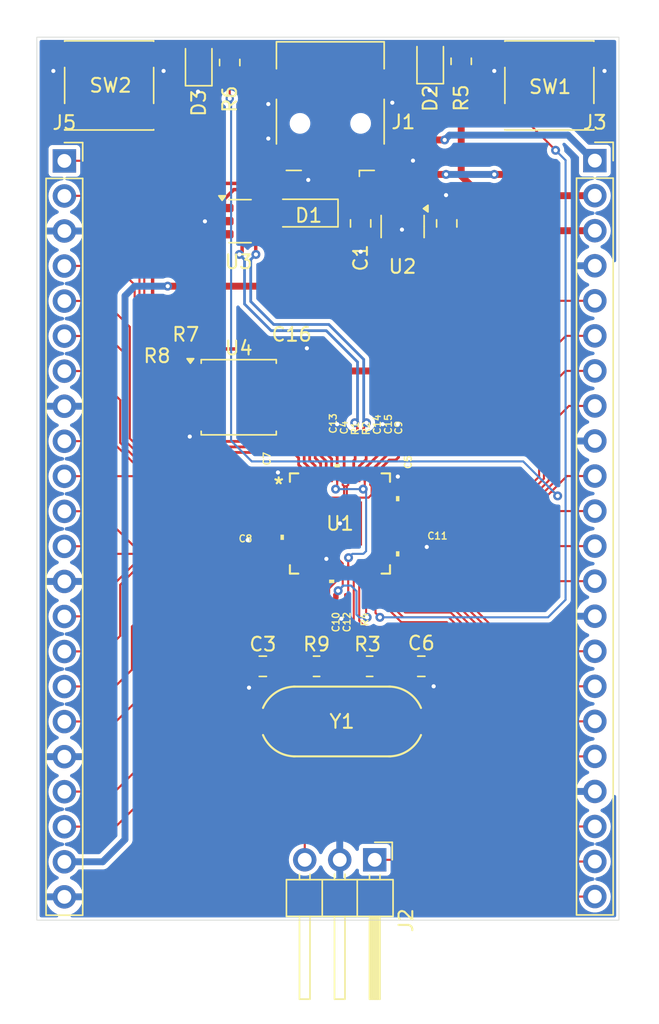
<source format=kicad_pcb>
(kicad_pcb (version 20240108) (generator "pcbnew") (generator_version "8.0")
  (layers (0 "F.Cu" signal) (31 "B.Cu" signal) (34 "B.Paste" user) (35 "F.Paste" user) (36 "B.SilkS" user "B.Silkscreen") (37 "F.SilkS" user "F.Silkscreen") (38 "B.Mask" user) (39 "F.Mask" user) (44 "Edge.Cuts" user))
  (net 0 "")
  (net 1 "Net-(D2-A)")
  (net 2 "+1V1")
  (net 3 "Net-(D3-A)")
  (net 4 "/SWDIO")
  (net 5 "Net-(U1-USB_DP)")
  (net 6 "Net-(U1-USB_DM)")
  (net 7 "/SWCLK")
  (net 8 "/RUN")
  (net 9 "/GPIO25")
  (net 10 "/DM")
  (net 11 "/QSPI_SS_N")
  (net 12 "/DP")
  (net 13 "/USB_BOOT")
  (net 14 "/VBUS")
  (net 15 "/VSYS")
  (net 16 "GND")
  (net 18 "+3.3V")
  (net 19 "/XIN")
  (net 20 "Net-(C6-Pad1)")
  (net 22 "/USB_D+")
  (net 23 "/USB_D-")
  (net 24 "/XOUT")
  (net 25 "/QSPI_SCLK")
  (net 26 "/QSPI_SD3")
  (net 27 "/QSPI_SD2")
  (net 28 "/QSPI_SD0")
  (net 29 "/QSPI_SD1")
  (net 30 "/GPIO21")
  (net 31 "/GPIO11")
  (net 32 "/GPIO20")
  (net 33 "/GPIO5")
  (net 34 "/GPIO24")
  (net 35 "/GPIO4")
  (net 36 "/GPIO17")
  (net 37 "/GPIO13")
  (net 38 "/GPIO10")
  (net 39 "/GPIO7")
  (net 40 "/GPIO29_ADC3")
  (net 41 "/GPIO1")
  (net 42 "/GPIO22")
  (net 43 "/GPIO23")
  (net 44 "/GPIO2")
  (net 45 "/GPIO15")
  (net 46 "/GPIO12")
  (net 47 "/GPIO8")
  (net 48 "/GPIO18")
  (net 49 "/GPIO16")
  (net 50 "/GPIO3")
  (net 51 "/GPIO19")
  (net 52 "/GPIO28_ADC2")
  (net 53 "/GPIO14")
  (net 54 "/GPIO9")
  (net 55 "/GPIO26_ADC0")
  (net 56 "/GPIO27_ADC1")
  (net 57 "/GPIO6")
  (net 58 "/GPIO0")
  (footprint "Resistor_SMD:R_0805_2012Metric" (layer "F.Cu") (at 128.1536 105.85 180)
    (property "Reference" "R3")
    (property "Value" "1k")
  )
  (footprint "Connector_USB:USB_Mini-B_Lumberg_2486_01_Horizontal" (layer "F.Cu") (at 125.3 66.5 180)
    (property "Reference" "J1")
    (property "Value" "USB_B_Mini")
  )
  (footprint "Capacitor_SMD:C_0201_0603Metric" (layer "F.Cu") (at 120.7036 92.15 90)
    (property "Reference" "C7")
    (property "Value" "100nF")
  )
  (footprint "LED_SMD:LED_0805_2012Metric" (layer "F.Cu") (at 115.75 62.0875 90)
    (property "Reference" "D3")
    (property "Value" "STATUS_LED")
  )
  (footprint "Package_SO:SOIC-8_5.23x5.23mm_P1.27mm" (layer "F.Cu") (at 118.6536 86.35)
    (property "Reference" "U4")
    (property "Value" "W25Q128JVS")
  )
  (footprint "Resistor_SMD:R_0805_2012Metric" (layer "F.Cu") (at 124.3036 105.85 180)
    (property "Reference" "R9")
    (property "Value" "DNF")
  )
  (footprint "LED_SMD:LED_0805_2012Metric" (layer "F.Cu") (at 132.55 61.9375 90)
    (property "Reference" "D2")
    (property "Value" "PWR_LED")
  )
  (footprint "Capacitor_SMD:C_0201_0603Metric" (layer "F.Cu") (at 131.5486 96.4)
    (property "Reference" "C11")
    (property "Value" "100nF")
  )
  (footprint "Capacitor_SMD:C_0201_0603Metric" (layer "F.Cu") (at 131 92.455 90)
    (property "Reference" "C5")
    (property "Value" "100nF")
  )
  (footprint "Resistor_SMD:R_0201_0603Metric" (layer "F.Cu") (at 127.9036 89.805 90)
    (property "Reference" "R2")
    (property "Value" "27")
  )
  (footprint "Resistor_SMD:R_0805_2012Metric" (layer "F.Cu") (at 134.8 62 -90)
    (property "Reference" "R5")
    (property "Value" "1k")
  )
  (footprint "Capacitor_SMD:C_0201_0603Metric" (layer "F.Cu") (at 126.3036 89.805 90)
    (property "Reference" "C4")
    (property "Value" "100nF")
  )
  (footprint "Connector_PinHeader_2.54mm:PinHeader_1x03_P2.54mm_Horizontal" (layer "F.Cu") (at 128.525 119.875 -90)
    (property "Reference" "J2")
    (property "Value" "Conn_01x03_Socket")
  )
  (footprint "HC49SM:XTAL_HC49SM_MTC" (layer "F.Cu") (at 126.1491 109.85)
    (property "Reference" "Y1")
    (property "Value" "12MHz")
  )
  (footprint "Capacitor_SMD:C_0201_0603Metric" (layer "F.Cu") (at 125.5036 89.805 90)
    (property "Reference" "C13")
    (property "Value" "100nF")
  )
  (footprint "Capacitor_SMD:C_0805_2012Metric" (layer "F.Cu") (at 133.75 73.75 90)
    (property "Reference" "C2" (hide yes))
    (property "Value" "1uF")
  )
  (footprint "Capacitor_SMD:C_0201_0603Metric" (layer "F.Cu") (at 120.4486 96.6 180)
    (property "Reference" "C8")
    (property "Value" "100nF")
  )
  (footprint "Resistor_SMD:R_0805_2012Metric" (layer "F.Cu") (at 118 62.0875 -90)
    (property "Reference" "R6")
    (property "Value" "1k")
  )
  (footprint "Resistor_SMD:R_0201_0603Metric" (layer "F.Cu") (at 114.8086 82.85)
    (property "Reference" "R7")
    (property "Value" "DNF")
  )
  (footprint "Capacitor_SMD:C_0201_0603Metric" (layer "F.Cu") (at 125.7036 101.095 -90)
    (property "Reference" "C10")
    (property "Value" "100nF")
  )
  (footprint "Button_Switch_SMD:SW_SPST_PTS645" (layer "F.Cu") (at 109.25 63.75)
    (property "Reference" "SW2")
    (property "Value" "SW_Push")
  )
  (footprint "Package_TO_SOT_SMD:SOT-23-5" (layer "F.Cu") (at 130.55 73.975 -90)
    (property "Reference" "U2")
    (property "Value" "AP2112K-1.2")
  )
  (footprint "Diode_SMD:D_SOD-123" (layer "F.Cu") (at 123.5 73 180)
    (property "Reference" "D1")
    (property "Value" "MBR0520")
  )
  (footprint "RP2040:IC57_RP2040" (layer "F.Cu") (at 126 95.5)
    (property "Reference" "U1")
    (property "Value" "RP2040")
  )
  (footprint "Capacitor_SMD:C_0201_0603Metric" (layer "F.Cu") (at 122.4986 82.85)
    (property "Reference" "C16")
    (property "Value" "100nF")
  )
  (footprint "Capacitor_SMD:C_0805_2012Metric" (layer "F.Cu") (at 131.9036 105.85)
    (property "Reference" "C6")
    (property "Value" "27p")
  )
  (footprint "Resistor_SMD:R_0201_0603Metric" (layer "F.Cu") (at 127.1036 89.805 90)
    (property "Reference" "R1")
    (property "Value" "27")
  )
  (footprint "Resistor_SMD:R_0201_0603Metric" (layer "F.Cu") (at 112.7236 84.35 180)
    (property "Reference" "R8")
    (property "Value" "1k")
  )
  (footprint "Resistor_SMD:R_0201_0603Metric" (layer "F.Cu") (at 127.9 101.1 90)
    (property "Reference" "R4")
    (property "Value" "10k")
  )
  (footprint "Connector_PinSocket_2.54mm:PinSocket_1x22_P2.54mm_Vertical" (layer "F.Cu") (at 106 69.22)
    (property "Reference" "J5")
    (property "Value" "Conn_01x22")
  )
  (footprint "Capacitor_SMD:C_0201_0603Metric" (layer "F.Cu") (at 128.7036 89.805 90)
    (property "Reference" "C14")
    (property "Value" "1uF")
  )
  (footprint "Capacitor_SMD:C_0201_0603Metric" (layer "F.Cu") (at 129.5036 89.805 90)
    (property "Reference" "C15")
    (property "Value" "1uF")
  )
  (footprint "Capacitor_SMD:C_0201_0603Metric" (layer "F.Cu") (at 130.2536 89.805 90)
    (property "Reference" "C9")
    (property "Value" "100nF")
  )
  (footprint "Capacitor_SMD:C_0805_2012Metric" (layer "F.Cu") (at 127.5 73.75 -90)
    (property "Reference" "C1")
    (property "Value" "1uF")
  )
  (footprint "Capacitor_SMD:C_0805_2012Metric" (layer "F.Cu") (at 120.4036 105.85 180)
    (property "Reference" "C3")
    (property "Value" "27p")
  )
  (footprint "Connector_PinSocket_2.54mm:PinSocket_1x22_P2.54mm_Vertical" (layer "F.Cu") (at 144.5 69.2)
    (property "Reference" "J3")
    (property "Value" "Conn_01x22")
  )
  (footprint "Capacitor_SMD:C_0201_0603Metric" (layer "F.Cu") (at 126.5036 101.095 -90)
    (property "Reference" "C12")
    (property "Value" "100nF")
  )
  (footprint "Button_Switch_SMD:SW_SPST_PTS645" (layer "F.Cu") (at 141.2 63.75 180)
    (property "Reference" "SW1")
    (property "Value" "SW_Push")
  )
  (footprint "Package_TO_SOT_SMD:SOT-23-6" (layer "F.Cu") (at 118.75 73.5875)
    (property "Reference" "U3")
    (property "Value" "USBLC6-2SC6")
  )
  (gr_rect (start 104 60.25) (end 146.25 124.25) (stroke (width 0.05)) (fill none) (layer "Edge.Cuts"))
  (segment (start 132.55 61) (end 134.7125 61) (width 0.5) (layer "F.Cu") (net 1))
  (segment (start 134.7125 61) (end 134.8 61.0875) (width 0.5) (layer "F.Cu") (net 1))
  (segment (start 126.599999 98.9036) (end 126.599999 98.000001) (width 0.15) (layer "F.Cu") (net 2))
  (segment (start 125.5036 90.35) (end 125.5036 90.125) (width 0.2) (layer "F.Cu") (net 2))
  (segment (start 127.799999 92.894203) (end 127.799999 92.0964) (width 0.15) (layer "F.Cu") (net 2))
  (segment (start 127.685504 93.008698) (end 127.799999 92.894203) (width 0.15) (layer "F.Cu") (net 2))
  (segment (start 127.799999 92.0964) (end 127.799999 91.519287) (width 0.2) (layer "F.Cu") (net 2))
  (segment (start 125.8 92.894202) (end 125.685504 93.008698) (width 0.15) (layer "F.Cu") (net 2))
  (segment (start 126.599999 98.000001) (end 126.624265 97.975735) (width 0.15) (layer "F.Cu") (net 2))
  (segment (start 127.799999 91.519287) (end 128.7036 90.615686) (width 0.2) (layer "F.Cu") (net 2))
  (segment (start 126.599999 98.9036) (end 126.599999 100.678601) (width 0.15) (layer "F.Cu") (net 2))
  (segment (start 126.599999 100.678601) (end 126.5036 100.775) (width 0.15) (layer "F.Cu") (net 2))
  (segment (start 125.8 90.6464) (end 125.5036 90.35) (width 0.2) (layer "F.Cu") (net 2))
  (segment (start 125.8 92.0964) (end 125.8 92.894202) (width 0.15) (layer "F.Cu") (net 2))
  (segment (start 125.8 92.0964) (end 125.8 90.6464) (width 0.2) (layer "F.Cu") (net 2))
  (segment (start 128.7036 90.615686) (end 128.7036 90.125) (width 0.2) (layer "F.Cu") (net 2))
  (via (at 127.685504 93.008698) (size 0.65) (drill 0.3) (layers "F.Cu" "B.Cu") (net 2))
  (via (at 125.685504 93.008698) (size 0.65) (drill 0.3) (layers "F.Cu" "B.Cu") (net 2))
  (via (at 126.624265 97.975735) (size 0.65) (drill 0.3) (layers "F.Cu" "B.Cu") (net 2))
  (segment (start 127.7 97.7) (end 127.9 97.5) (width 0.15) (layer "B.Cu") (net 2))
  (segment (start 126.9 97.7) (end 127.7 97.7) (width 0.15) (layer "B.Cu") (net 2))
  (segment (start 126.624265 97.975735) (end 126.9 97.7) (width 0.15) (layer "B.Cu") (net 2))
  (segment (start 127.9 97.5) (end 127.9 93.223194) (width 0.15) (layer "B.Cu") (net 2))
  (segment (start 125.685504 93.008698) (end 127.685504 93.008698) (width 0.15) (layer "B.Cu") (net 2))
  (segment (start 127.9 93.223194) (end 127.685504 93.008698) (width 0.15) (layer "B.Cu") (net 2))
  (segment (start 117.975 61.15) (end 118 61.175) (width 0.5) (layer "F.Cu") (net 3))
  (segment (start 115.75 61.15) (end 117.975 61.15) (width 0.5) (layer "F.Cu") (net 3))
  (segment (start 127.4 98.9036) (end 127.4 102.551426) (width 0.15) (layer "F.Cu") (net 4))
  (segment (start 127.848574 103) (end 133.548574 103) (width 0.15) (layer "F.Cu") (net 4))
  (segment (start 135.2536 104.705025) (end 135.2536 114.5) (width 0.15) (layer "F.Cu") (net 4))
  (segment (start 135.2536 114.5) (end 135.25 114.5036) (width 0.15) (layer "F.Cu") (net 4))
  (segment (start 135.25 118.5) (end 133.875 119.875) (width 0.15) (layer "F.Cu") (net 4))
  (segment (start 133.875 119.875) (end 128.525 119.875) (width 0.15) (layer "F.Cu") (net 4))
  (segment (start 135.151087 104.602513) (end 135.2536 104.705025) (width 0.15) (layer "F.Cu") (net 4))
  (segment (start 135.25 114.5036) (end 135.25 118.5) (width 0.15) (layer "F.Cu") (net 4))
  (segment (start 133.548574 103) (end 135.151087 104.602513) (width 0.15) (layer "F.Cu") (net 4))
  (segment (start 127.4 102.551426) (end 127.848574 103) (width 0.15) (layer "F.Cu") (net 4))
  (segment (start 127 91.187915) (end 127 90.9536) (width 0.2) (layer "F.Cu") (net 5))
  (segment (start 127 90.9536) (end 127.1036 90.85) (width 0.2) (layer "F.Cu") (net 5))
  (segment (start 127.000001 92.0964) (end 127.000001 91.446401) (width 0.2) (layer "F.Cu") (net 5))
  (segment (start 127.000001 91.446401) (end 127 91.187915) (width 0.2) (layer "F.Cu") (net 5))
  (segment (start 127.1036 90.85) (end 127.1036 90.125) (width 0.2) (layer "F.Cu") (net 5))
  (segment (start 127.9036 90.85) (end 127.9036 90.125) (width 0.2) (layer "F.Cu") (net 6))
  (segment (start 127.4 92.0964) (end 127.4 91.3536) (width 0.2) (layer "F.Cu") (net 6))
  (segment (start 127.4 91.3536) (end 127.9036 90.85) (width 0.2) (layer "F.Cu") (net 6))
  (segment (start 127.7036 103.35) (end 133.4036 103.35) (width 0.15) (layer "F.Cu") (net 7))
  (segment (start 123.445 118.055) (end 123.445 119.875) (width 0.15) (layer "F.Cu") (net 7))
  (segment (start 134.9 115.85) (end 133.75 117) (width 0.15) (layer "F.Cu") (net 7))
  (segment (start 124.5 117) (end 123.445 118.055) (width 0.15) (layer "F.Cu") (net 7))
  (segment (start 134.9 114.3536) (end 134.9 115.85) (width 0.15) (layer "F.Cu") (net 7))
  (segment (start 134.9036 104.85) (end 134.9036 114.35) (width 0.15) (layer "F.Cu") (net 7))
  (segment (start 133.4036 103.35) (end 134.9036 104.85) (width 0.15) (layer "F.Cu") (net 7))
  (segment (start 133.75 117) (end 124.5 117) (width 0.15) (layer "F.Cu") (net 7))
  (segment (start 127.000001 98.9036) (end 127.000001 102.646401) (width 0.15) (layer "F.Cu") (net 7))
  (segment (start 127.000001 102.646401) (end 127.7036 103.35) (width 0.15) (layer "F.Cu") (net 7))
  (segment (start 134.9036 114.35) (end 134.9 114.3536) (width 0.15) (layer "F.Cu") (net 7))
  (segment (start 137.24 122.54) (end 144.5 122.54) (width 0.15) (layer "F.Cu") (net 8))
  (segment (start 137.22 66) (end 145.18 66) (width 0.5) (layer "F.Cu") (net 8))
  (segment (start 133.75 102.65) (end 135.603601 104.503601) (width 0.15) (layer "F.Cu") (net 8))
  (segment (start 130.45 102.65) (end 133.75 102.65) (width 0.15) (layer "F.Cu") (net 8))
  (segment (start 135.603601 120.903601) (end 137.24 122.54) (width 0.15) (layer "F.Cu") (net 8))
  (segment (start 135.603601 104.503601) (end 135.603601 120.903601) (width 0.15) (layer "F.Cu") (net 8))
  (segment (start 139.2 66) (end 137.22 66) (width 0.15) (layer "F.Cu") (net 8))
  (segment (start 127.799999 98.9036) (end 127.799999 99.999999) (width 0.15) (layer "F.Cu") (net 8))
  (segment (start 128.58 100.78) (end 128.58 101.98) (width 0.15) (layer "F.Cu") (net 8))
  (segment (start 127.9 100.78) (end 128.58 100.78) (width 0.15) (layer "F.Cu") (net 8))
  (segment (start 141.65 68.45) (end 139.2 66) (width 0.15) (layer "F.Cu") (net 8))
  (segment (start 127.799999 99.999999) (end 127.9 100.1) (width 0.15) (layer "F.Cu") (net 8))
  (segment (start 127.9 100.1) (end 127.9 100.78) (width 0.15) (layer "F.Cu") (net 8))
  (segment (start 128.58 101.98) (end 128.9 102.3) (width 0.15) (layer "F.Cu") (net 8))
  (segment (start 128.58 100.78) (end 130.45 102.65) (width 0.15) (layer "F.Cu") (net 8))
  (via (at 141.65 68.45) (size 0.65) (drill 0.3) (layers "F.Cu" "B.Cu") (net 8))
  (via (at 128.9 102.3) (size 0.65) (drill 0.3) (layers "F.Cu" "B.Cu") (net 8))
  (segment (start 142.375 69.175) (end 142.375 101.025) (width 0.15) (layer "B.Cu") (net 8))
  (segment (start 141.65 68.45) (end 142.375 69.175) (width 0.15) (layer "B.Cu") (net 8))
  (segment (start 141.1 102.3) (end 128.9 102.3) (width 0.15) (layer "B.Cu") (net 8))
  (segment (start 142.375 101.025) (end 141.1 102.3) (width 0.15) (layer "B.Cu") (net 8))
  (segment (start 129.4036 94.900001) (end 130.480572 94.900001) (width 0.15) (layer "F.Cu") (net 9))
  (segment (start 141.8 93.5) (end 141.5 93.2) (width 0.15) (layer "F.Cu") (net 9))
  (segment (start 118 64.7) (end 118 63) (width 0.15) (layer "F.Cu") (net 9))
  (segment (start 139.684922 94.85) (end 141.317461 93.217461) (width 0.15) (layer "F.Cu") (net 9))
  (segment (start 130.480572 94.900001) (end 130.530573 94.85) (width 0.15) (layer "F.Cu") (net 9))
  (segment (start 141.5 93.2) (end 141.334922 93.2) (width 0.15) (layer "F.Cu") (net 9))
  (segment (start 141.334922 93.2) (end 141.317461 93.217461) (width 0.15) (layer "F.Cu") (net 9))
  (segment (start 141.317461 93.217461) (end 142.474922 92.06) (width 0.15) (layer "F.Cu") (net 9))
  (segment (start 130.530573 94.85) (end 139.684922 94.85) (width 0.15) (layer "F.Cu") (net 9))
  (segment (start 142.474922 92.06) (end 144.5 92.06) (width 0.15) (layer "F.Cu") (net 9))
  (via (at 141.8 93.5) (size 0.65) (drill 0.3) (layers "F.Cu" "B.Cu") (net 9))
  (via (at 118 64.7) (size 0.6) (drill 0.3) (layers "F.Cu" "B.Cu") (net 9))
  (segment (start 139.3 91) (end 119.6 91) (width 0.15) (layer "B.Cu") (net 9))
  (segment (start 118.1 64.8) (end 118 64.7) (width 0.15) (layer "B.Cu") (net 9))
  (segment (start 141.8 93.5) (end 139.3 91) (width 0.15) (layer "B.Cu") (net 9))
  (segment (start 119.6 91) (end 118.1 89.5) (width 0.15) (layer "B.Cu") (net 9))
  (segment (start 118.1 89.5) (end 118.1 64.8) (width 0.15) (layer "B.Cu") (net 9))
  (segment (start 115.3 71.8) (end 115.3 73.9) (width 0.25) (layer "F.Cu") (net 10))
  (segment (start 126.1 67.9) (end 125.8 67.6) (width 0.25) (layer "F.Cu") (net 10))
  (segment (start 122.6 68.1) (end 122.6 70.7) (width 0.25) (layer "F.Cu") (net 10))
  (segment (start 123.1 67.6) (end 122.6 68.1) (width 0.25) (layer "F.Cu") (net 10))
  (segment (start 122.6 70.7) (end 122.45 70.85) (width 0.25) (layer "F.Cu") (net 10))
  (segment (start 125.8 67.6) (end 123.1 67.6) (width 0.25) (layer "F.Cu") (net 10))
  (segment (start 115.9375 74.5375) (end 117.6125 74.5375) (width 0.25) (layer "F.Cu") (net 10))
  (segment (start 122.45 70.85) (end 116.25 70.85) (width 0.25) (layer "F.Cu") (net 10))
  (segment (start 116.25 70.85) (end 115.3 71.8) (width 0.25) (layer "F.Cu") (net 10))
  (segment (start 115.3 73.9) (end 115.9375 74.5375) (width 0.25) (layer "F.Cu") (net 10))
  (segment (start 126.1 69.2) (end 126.1 67.9) (width 0.25) (layer "F.Cu") (net 10))
  (segment (start 123.0036 90.75) (end 122.6036 90.35) (width 0.2) (layer "F.Cu") (net 11))
  (segment (start 113.1536 84.46) (end 113.0436 84.35) (width 0.1) (layer "F.Cu") (net 11))
  (segment (start 114.4886 83.88) (end 115.0536 84.445) (width 0.2) (layer "F.Cu") (net 11))
  (segment (start 123.0036 91.251886) (end 123.0036 90.75) (width 0.2) (layer "F.Cu") (net 11))
  (segment (start 123.4 91.648286) (end 123.0036 91.251886) (width 0.2) (layer "F.Cu") (net 11))
  (segment (start 123.4 92.0964) (end 123.4 91.648286) (width 0.2) (layer "F.Cu") (net 11))
  (segment (start 113.1386 84.445) (end 113.0436 84.35) (width 0.1) (layer "F.Cu") (net 11))
  (segment (start 113.0436 84.35) (end 114.9586 84.35) (width 0.2) (layer "F.Cu") (net 11))
  (segment (start 114.4886 82.85) (end 114.4886 83.88) (width 0.2) (layer "F.Cu") (net 11))
  (segment (start 113.837914 90.35) (end 113.0436 89.555686) (width 0.2) (layer "F.Cu") (net 11))
  (segment (start 114.9586 84.35) (end 115.0536 84.445) (width 0.2) (layer "F.Cu") (net 11))
  (segment (start 122.6036 90.35) (end 113.837914 90.35) (width 0.2) (layer "F.Cu") (net 11))
  (segment (start 113.0436 89.555686) (end 113.0436 84.35) (width 0.2) (layer "F.Cu") (net 11))
  (segment (start 117.6125 71.9875) (end 117.6125 72.6375) (width 0.25) (layer "F.Cu") (net 12))
  (segment (start 125.3 69.2) (end 125.3 70.6) (width 0.25) (layer "F.Cu") (net 12))
  (segment (start 118.3 71.3) (end 117.6125 71.9875) (width 0.25) (layer "F.Cu") (net 12))
  (segment (start 125.3 70.6) (end 124.6 71.3) (width 0.25) (layer "F.Cu") (net 12))
  (segment (start 124.6 71.3) (end 118.3 71.3) (width 0.25) (layer "F.Cu") (net 12))
  (segment (start 112.4036 68.8964) (end 113.23 68.07) (width 0.25) (layer "F.Cu") (net 13))
  (segment (start 113.23 68.07) (end 113.23 66) (width 0.25) (layer "F.Cu") (net 13))
  (segment (start 105.27 66) (end 113.23 66) (width 0.5) (layer "F.Cu") (net 13))
  (segment (start 112.4036 84.35) (end 112.4036 68.8964) (width 0.25) (layer "F.Cu") (net 13))
  (segment (start 126.9 71.3) (end 126.25 71.95) (width 0.5) (layer "F.Cu") (net 14))
  (segment (start 119.8875 73.5875) (end 120.5125 73.5875) (width 0.5) (layer "F.Cu") (net 14))
  (segment (start 127.3 67.7) (end 133.6 67.7) (width 0.5) (layer "F.Cu") (net 14))
  (segment (start 126.9 69.2) (end 126.9 71.3) (width 0.5) (layer "F.Cu") (net 14))
  (segment (start 120.5125 73.5875) (end 121.1 73) (width 0.5) (layer "F.Cu") (net 14))
  (segment (start 121.1 73) (end 121.85 73) (width 0.5) (layer "F.Cu") (net 14))
  (segment (start 126.9 69.2) (end 126.9 68.1) (width 0.5) (layer "F.Cu") (net 14))
  (segment (start 122.15 71.95) (end 121.85 72.25) (width 0.5) (layer "F.Cu") (net 14))
  (segment (start 121.85 72.25) (end 121.85 73) (width 0.5) (layer "F.Cu") (net 14))
  (segment (start 126.25 71.95) (end 122.15 71.95) (width 0.5) (layer "F.Cu") (net 14))
  (segment (start 126.9 68.1) (end 127.3 67.7) (width 0.5) (layer "F.Cu") (net 14))
  (via (at 133.6 67.7) (size 0.65) (drill 0.3) (layers "F.Cu" "B.Cu") (net 14))
  (segment (start 133.6 67.7) (end 133.95 67.35) (width 0.5) (layer "B.Cu") (net 14))
  (segment (start 144.4 69.2) (end 144.5 69.2) (width 0.5) (layer "B.Cu") (net 14))
  (segment (start 133.95 67.35) (end 142.55 67.35) (width 0.5) (layer "B.Cu") (net 14))
  (segment (start 142.55 67.35) (end 144.4 69.2) (width 0.5) (layer "B.Cu") (net 14))
  (segment (start 141.84 71.74) (end 144.5 71.74) (width 0.5) (layer "F.Cu") (net 15))
  (segment (start 131.5 71.6875) (end 131.5 72.8375) (width 0.5) (layer "F.Cu") (net 15))
  (segment (start 129.6 71.7625) (end 129.9375 71.425) (width 0.5) (layer "F.Cu") (net 15))
  (segment (start 129.9375 71.425) (end 131.2375 71.425) (width 0.5) (layer "F.Cu") (net 15))
  (segment (start 129.5625 72.8) (end 129.6 72.8375) (width 0.5) (layer "F.Cu") (net 15))
  (segment (start 125.15 73) (end 125.15 77.05) (width 0.5) (layer "F.Cu") (net 15))
  (segment (start 123.9 78.3) (end 113.5 78.3) (width 0.5) (layer "F.Cu") (net 15))
  (segment (start 137.2 70.2) (end 140.3 70.2) (width 0.5) (layer "F.Cu") (net 15))
  (segment (start 125.15 77.05) (end 123.9 78.3) (width 0.5) (layer "F.Cu") (net 15))
  (segment (start 132.4625 70.2) (end 133.7 70.2) (width 0.5) (layer "F.Cu") (net 15))
  (segment (start 126 72.8) (end 127.5 72.8) (width 0.5) (layer "F.Cu") (net 15))
  (segment (start 131.2375 71.425) (end 131.5 71.6875) (width 0.5) (layer "F.Cu") (net 15))
  (segment (start 127.5 72.8) (end 129.5625 72.8) (width 0.5) (layer "F.Cu") (net 15))
  (segment (start 129.6 72.8375) (end 129.6 71.7625) (width 0.5) (layer "F.Cu") (net 15))
  (segment (start 125.8 73) (end 126 72.8) (width 0.5) (layer "F.Cu") (net 15))
  (segment (start 131.2375 71.425) (end 132.4625 70.2) (width 0.5) (layer "F.Cu") (net 15))
  (segment (start 140.3 70.2) (end 141.84 71.74) (width 0.5) (layer "F.Cu") (net 15))
  (segment (start 125.15 73) (end 125.8 73) (width 0.5) (layer "F.Cu") (net 15))
  (via (at 133.7 70.2) (size 0.65) (drill 0.3) (layers "F.Cu" "B.Cu") (net 15))
  (via (at 113.5 78.3) (size 0.65) (drill 0.3) (layers "F.Cu" "B.Cu") (net 15))
  (via (at 137.2 70.2) (size 0.65) (drill 0.3) (layers "F.Cu" "B.Cu") (net 15))
  (segment (start 113.5 78.3) (end 111.1 78.3) (width 0.5) (layer "B.Cu") (net 15))
  (segment (start 108.78 120.02) (end 106 120.02) (width 0.5) (layer "B.Cu") (net 15))
  (segment (start 111.1 78.3) (end 110.4 79) (width 0.5) (layer "B.Cu") (net 15))
  (segment (start 110.4 118.4) (end 108.78 120.02) (width 0.5) (layer "B.Cu") (net 15))
  (segment (start 110.4 79) (end 110.4 118.4) (width 0.5) (layer "B.Cu") (net 15))
  (segment (start 133.7 70.2) (end 137.2 70.2) (width 0.5) (layer "B.Cu") (net 15))
  (segment (start 120.85 65.05) (end 120.8 65.1) (width 1) (layer "F.Cu") (net 16))
  (segment (start 129.75 63.65) (end 129.75 64.95) (width 1) (layer "F.Cu") (net 16))
  (segment (start 145.18 61.5) (end 145.18 62.68) (width 1) (layer "F.Cu") (net 16))
  (segment (start 116.2125 73.5875) (end 116.2 73.6) (width 0.5) (layer "F.Cu") (net 16))
  (segment (start 132.55 64.05) (end 132.5 64.1) (width 1) (layer "F.Cu") (net 16))
  (segment (start 129.75 69.1) (end 131.2 69.1) (width 1) (layer "F.Cu") (net 16))
  (segment (start 131.2 69.1) (end 131.3 69.2) (width 1) (layer "F.Cu") (net 16))
  (segment (start 130.2536 88.3536) (end 130.2 88.3) (width 0.25) (layer "F.Cu") (net 16))
  (segment (start 122.8186 82.85) (end 123.55 82.85) (width 0.25) (layer "F.Cu") (net 16))
  (segment (start 126.3036 88.8036) (end 125.8 88.3) (width 0.25) (layer "F.Cu") (net 16))
  (segment (start 120.7036 91.83) (end 121.47 91.83) (width 0.25) (layer "F.Cu") (net 16))
  (segment (start 125.5036 89.485) (end 125.5036 88.5964) (width 0.25) (layer "F.Cu") (net 16))
  (segment (start 130.2536 89.485) (end 130.2536 88.3536) (width 0.25) (layer "F.Cu") (net 16))
  (segment (start 126.3036 89.485) (end 126.3036 88.8036) (width 0.25) (layer "F.Cu") (net 16))
  (segment (start 131.8686 96.4) (end 131.8686 96.7686) (width 0.25) (layer "F.Cu") (net 16))
  (segment (start 125.7036 101.415) (end 125.7036 102.0036) (width 0.25) (layer "F.Cu") (net 16))
  (segment (start 124.999999 98.9036) (end 124.999999 98.078696) (width 0.15) (layer "F.Cu") (net 16))
  (segment (start 120.8 69.05) (end 120.85 69.1) (width 1) (layer "F.Cu") (net 16))
  (segment (start 132.8536 107.2464) (end 132.8 107.3) (width 1) (layer "F.Cu") (net 16))
  (segment (start 115.0536 89.1536) (end 115.1 89.2) (width 0.5) (layer "F.Cu") (net 16))
  (segment (start 130.2 92.1) (end 130.965 92.1) (width 0.25) (layer "F.Cu") (net 16))
  (segment (start 137.22 62.68) (end 137.2 62.7) (width 1) (layer "F.Cu") (net 16))
  (segment (start 131.8686 96.7686) (end 132.3 97.2) (width 0.25) (layer "F.Cu") (net 16))
  (segment (start 117.6125 73.5875) (end 116.2125 73.5875) (width 0.5) (layer "F.Cu") (net 16))
  (segment (start 120.1286 96.6) (end 119.4 96.6) (width 0.25) (layer "F.Cu") (net 16))
  (segment (start 123.55 82.85) (end 123.6 82.8) (width 0.25) (layer "F.Cu") (net 16))
  (segment (start 113.23 62.67) (end 113.2 62.7) (width 1) (layer "F.Cu") (net 16))
  (segment (start 105.27 61.5) (end 105.27 62.63) (width 1) (layer "F.Cu") (net 16))
  (segment (start 126.5036 101.9964) (end 126.1 102.4) (width 0.25) (layer "F.Cu") (net 16))
  (segment (start 129.5036 88.7036) (end 129.1 88.3) (width 0.25) (layer "F.Cu") (net 16))
  (segment (start 115.75 63.025) (end 115.75 64.15) (width 1) (layer "F.Cu") (net 16))
  (segment (start 119.4 96.6) (end 119.3 96.7) (width 0.25) (layer "F.Cu") (net 16))
  (segment (start 124.999999 98.078696) (end 125.015083 98.063612) (width 0.15) (layer "F.Cu") (net 16))
  (segment (start 133.75 72.8) (end 133.75 71.75) (width 1) (layer "F.Cu") (net 16))
  (segment (start 145.18 62.68) (end 145.2 62.7) (width 1) (layer "F.Cu") (net 16))
  (segment (start 126.5036 101.415) (end 126.5036 101.9964) (width 0.25) (layer "F.Cu") (net 16))
  (segment (start 125.7036 102.0036) (end 126.1 102.4) (width 0.25) (layer "F.Cu") (net 16))
  (segment (start 121.47 91.83) (end 121.5 91.8) (width 0.25) (layer "F.Cu") (net 16))
  (segment (start 105.27 62.63) (end 105.2 62.7) (width 1) (layer "F.Cu") (net 16))
  (segment (start 130.965 92.1) (end 131 92.135) (width 0.25) (layer "F.Cu") (net 16))
  (segment (start 132.55 62.875) (end 132.55 64.05) (width 1) (layer "F.Cu") (net 16))
  (segment (start 115.0536 88.255) (end 115.0536 89.1536) (width 0.5) (layer "F.Cu") (net 16))
  (segment (start 128.7036 88.6964) (end 129.1 88.3) (width 0.25) (layer "F.Cu") (net 16))
  (segment (start 129.5036 89.485) (end 129.5036 88.7036) (width 0.25) (layer "F.Cu") (net 16))
  (segment (start 113.23 61.5) (end 113.23 62.67) (width 1) (layer "F.Cu") (net 16))
  (segment (start 133.75 71.75) (end 133.7 71.7) (width 1) (layer "F.Cu") (net 16))
  (segment (start 125.5036 88.5964) (end 125.8 88.3) (width 0.25) (layer "F.Cu") (net 16))
  (segment (start 120.8 67.6) (end 120.8 69.05) (width 1) (layer "F.Cu") (net 16))
  (segment (start 119.4536 105.85) (end 119.4536 107.3464) (width 1) (layer "F.Cu") (net 16))
  (segment (start 115.75 64.15) (end 115.7 64.2) (width 1) (layer "F.Cu") (net 16))
  (segment (start 132.8536 105.85) (end 132.8536 107.2464) (width 1) (layer "F.Cu") (net 16))
  (segment (start 119.4536 107.3464) (end 119.4 107.4) (width 1) (layer "F.Cu") (net 16))
  (segment (start 129.75 64.95) (end 129.8 65) (width 1) (layer "F.Cu") (net 16))
  (segment (start 123.7 69.2) (end 123.7 70.6) (width 0.5) (layer "F.Cu") (net 16))
  (segment (start 137.22 61.5) (end 137.22 62.68) (width 1) (layer "F.Cu") (net 16))
  (segment (start 128.7036 89.485) (end 128.7036 88.6964) (width 0.25) (layer "F.Cu") (net 16))
  (segment (start 127.5 74.7) (end 127.5 75.8) (width 1) (layer "F.Cu") (net 16))
  (segment (start 120.85 63.65) (end 120.85 65.05) (width 1) (layer "F.Cu") (net 16))
  (via (at 125.015083 98.063612) (size 0.65) (drill 0.3) (layers "F.Cu" "B.Cu") (net 16))
  (via (at 131.3 69.2) (size 0.65) (drill 0.3) (layers "F.Cu" "B.Cu") (net 16))
  (via (at 145.2 62.7) (size 0.65) (drill 0.3) (layers "F.Cu" "B.Cu") (net 16))
  (via (at 130.5 74.2) (size 0.65) (drill 0.3) (layers "F.Cu" "B.Cu") (net 16))
  (via (at 132.8 107.3) (size 0.65) (drill 0.3) (layers "F.Cu" "B.Cu") (net 16))
  (via (at 115.7 64.2) (size 0.65) (drill 0.3) (layers "F.Cu" "B.Cu") (net 16))
  (via (at 127.5 75.8) (size 0.65) (drill 0.3) (layers "F.Cu" "B.Cu") (net 16))
  (via (at 133.7 71.7) (size 0.65) (drill 0.3) (layers "F.Cu" "B.Cu") (net 16))
  (via (at 125.8 88.3) (size 0.65) (drill 0.3) (layers "F.Cu" "B.Cu") (net 16))
  (via (at 132.5 64.1) (size 0.65) (drill 0.3) (layers "F.Cu" "B.Cu") (net 16))
  (via (at 113.2 62.7) (size 0.65) (drill 0.3) (layers "F.Cu" "B.Cu") (net 16))
  (via (at 129.8 65) (size 0.65) (drill 0.3) (layers "F.Cu" "B.Cu") (net 16))
  (via (at 137.2 62.7) (size 0.65) (drill 0.3) (layers "F.Cu" "B.Cu") (net 16))
  (via (at 120.8 65.1) (size 0.65) (drill 0.3) (layers "F.Cu" "B.Cu") (net 16))
  (via (at 132.3 97.2) (size 0.65) (drill 0.3) (layers "F.Cu" "B.Cu") (net 16))
  (via (at 119.3 96.7) (size 0.65) (drill 0.3) (layers "F.Cu" "B.Cu") (net 16))
  (via (at 123.6 82.8) (size 0.65) (drill 0.3) (layers "F.Cu" "B.Cu") (net 16))
  (via (at 119.4 107.4) (size 0.65) (drill 0.3) (layers "F.Cu" "B.Cu") (net 16))
  (via (at 115.1 89.2) (size 0.65) (drill 0.3) (layers "F.Cu" "B.Cu") (net 16))
  (via (at 126 95.5) (size 0.65) (drill 0.3) (layers "F.Cu" "B.Cu") (net 16))
  (via (at 116.2 73.6) (size 0.65) (drill 0.3) (layers "F.Cu" "B.Cu") (net 16))
  (via (at 121.5 91.8) (size 0.65) (drill 0.3) (layers "F.Cu" "B.Cu") (net 16))
  (via (at 105.2 62.7) (size 0.65) (drill 0.3) (layers "F.Cu" "B.Cu") (net 16))
  (via (at 120.8 67.6) (size 0.65) (drill 0.3) (layers "F.Cu" "B.Cu") (net 16))
  (via (at 129.1 88.3) (size 0.65) (drill 0.3) (layers "F.Cu" "B.Cu") (net 16))
  (via (at 123.7 70.6) (size 0.65) (drill 0.3) (layers "F.Cu" "B.Cu") (net 16))
  (via (at 130.2 92.1) (size 0.65) (drill 0.3) (layers "F.Cu" "B.Cu") (net 16))
  (via (at 130.2 88.3) (size 0.65) (drill 0.3) (layers "F.Cu" "B.Cu") (net 16))
  (via (at 126.1 102.4) (size 0.65) (drill 0.3) (layers "F.Cu" "B.Cu") (net 16))
  (segment (start 122.5964 96.500001) (end 123.299999 96.500001) (width 0.15) (layer "F.Cu") (net 18))
  (segment (start 123.5 97.1) (end 123.7752 97.3752) (width 0.15) (layer "F.Cu") (net 18))
  (segment (start 128.3 92.8) (end 128.4 92.8) (width 0.15) (layer "F.Cu") (net 18))
  (segment (start 126.2 98.9036) (end 126.2 100.05) (width 0.15) (layer "F.Cu") (net 18))
  (segment (start 128.6 92.7) (end 128.6 92.0964) (width 0.15) (layer "F.Cu") (net 18))
  (segment (start 126.6 92.7) (end 126.599999 92.699999) (width 0.15) (layer "F.Cu") (net 18))
  (segment (start 126.599999 92.699999) (end 126.599999 92.0964) (width 0.15) (layer "F.Cu") (net 18))
  (segment (start 120.868599 96.500001) (end 120.7686 96.6) (width 0.15) (layer "F.Cu") (net 18))
  (segment (start 126.2 91.4964) (end 126.3036 91.4964) (width 0.2) (layer "F.Cu") (net 18))
  (segment (start 123.2 92.9) (end 123.5 93.2) (width 0.15) (layer "F.Cu") (net 18))
  (segment (start 131.5 83) (end 131.5 75.1125) (width 0.5) (layer "F.Cu") (net 18))
  (segment (start 130.2536 90.125) (end 130.975 90.125) (width 0.25) (layer "F.Cu") (net 18))
  (segment (start 129.4036 92.9) (end 130.875 92.9) (width 0.15) (layer "F.Cu") (net 18))
  (segment (start 122.5964 92.9) (end 120.8536 92.9) (width 0.15) (layer "F.Cu") (net 18))
  (segment (start 131.9125 74.7) (end 133.75 74.7) (width 0.5) (layer "F.Cu") (net 18))
  (segment (start 128.4 92.8) (end 128.5 92.8) (width 0.15) (layer "F.Cu") (net 18))
  (segment (start 134.8 70.3) (end 135.5 71) (width 0.5) (layer "F.Cu") (net 18))
  (segment (start 126.5 92.8) (end 126.6 92.7) (width 0.15) (layer "F.Cu") (net 18))
  (segment (start 128.0752 93.6248) (end 128.3 93.4) (width 0.15) (layer "F.Cu") (net 18))
  (segment (start 128.6 92.0964) (end 128.6 91.8786) (width 0.2) (layer "F.Cu") (net 18))
  (segment (start 126.3 92.8) (end 126.5 92.8) (width 0.15) (layer "F.Cu") (net 18))
  (segment (start 120.7036 92.75) (end 120.7036 92.47) (width 0.15) (layer "F.Cu") (net 18))
  (segment (start 123.7752 97.3752) (end 125.1752 97.3752) (width 0.15) (layer "F.Cu") (net 18))
  (segment (start 126.7248 93.6248) (end 128.0752 93.6248) (width 0.15) (layer "F.Cu") (net 18))
  (segment (start 122.1786 84.37) (end 122.2536 84.445) (width 0.25) (layer "F.Cu") (net 18))
  (segment (start 126.599999 91.646399) (end 126.45 91.4964) (width 0.2) (layer "F.Cu") (net 18))
  (segment (start 140.97 74.28) (end 144.5 74.28) (width 0.5) (layer "F.Cu") (net 18))
  (segment (start 128.200001 91.753599) (end 129.5036 90.45) (width 0.2) (layer "F.Cu") (net 18))
  (segment (start 128.6 93) (end 128.5 92.9) (width 0.15) (layer "F.Cu") (net 18))
  (segment (start 120.8536 92.9) (end 120.7036 92.75) (width 0.15) (layer "F.Cu") (net 18))
  (segment (start 134.8 62.9125) (end 134.8 70.3) (width 0.5) (layer "F.Cu") (net 18))
  (segment (start 123.3 96.5) (end 123.5 96.7) (width 0.15) (layer "F.Cu") (net 18))
  (segment (start 128.200001 92.700001) (end 128.3 92.8) (width 0.15) (layer "F.Cu") (net 18))
  (segment (start 123.5 93.2) (end 123.5 96.7) (width 0.15) (layer "F.Cu") (net 18))
  (segment (start 122.5964 92.9) (end 123.2 92.9) (width 0.15) (layer "F.Cu") (net 18))
  (segment (start 126.2 98.4) (end 126.2 98.9036) (width 0.15) (layer "F.Cu") (net 18))
  (segment (start 126.45 91.4964) (end 126.2 91.4964) (width 0.2) (layer "F.Cu") (net 18))
  (segment (start 128.5 92.9) (end 128.4 92.8) (width 0.15) (layer "F.Cu") (net 18))
  (segment (start 130.2536 90.7) (end 130.2536 90.125) (width 0.2) (layer "F.Cu") (net 18))
  (segment (start 129.5786 90.9) (end 130.0536 90.9) (width 0.2) (layer "F.Cu") (net 18))
  (segment (start 130.055 84.445) (end 131.5 83) (width 0.5) (layer "F.Cu") (net 18))
  (segment (start 135.5 74.7) (end 140.55 74.7) (width 0.5) (layer "F.Cu") (net 18))
  (segment (start 126.3036 91.4964) (end 126.3036 90.125) (width 0.2) (layer "F.Cu") (net 18))
  (segment (start 125.7036 100.5464) (end 125.7036 100.775) (width 0.15) (layer "F.Cu") (net 18))
  (segment (start 126.2 100.05) (end 125.7036 100.5464) (width 0.15) (layer "F.Cu") (net 18))
  (segment (start 130.0536 90.9) (end 130.2536 90.7) (width 0.2) (layer "F.Cu") (net 18))
  (segment (start 130.875 92.9) (end 131 92.775) (width 0.15) (layer "F.Cu") (net 18))
  (segment (start 126.2 92.0964) (end 126.2 91.4964) (width 0.2) (layer "F.Cu") (net 18))
  (segment (start 126.2 92.7) (end 126.3 92.8) (width 0.15) (layer "F.Cu") (net 18))
  (segment (start 127.9 102.225) (end 127.975 102.3) (width 0.15) (layer "F.Cu") (net 18))
  (segment (start 123.3 96.5) (end 123.299999 96.500001) (width 0.15) (layer "F.Cu") (net 18))
  (segment (start 128.6 96.3) (end 128.6 93) (width 0.15) (layer "F.Cu") (net 18))
  (segment (start 129.5036 90.45) (end 129.5036 90.125) (width 0.2) (layer "F.Cu") (net 18))
  (segment (start 126.599999 92.0964) (end 126.599999 91.646399) (width 0.2) (layer "F.Cu") (net 18))
  (segment (start 126.2 92.0964) (end 126.2 92.7) (width 0.15) (layer "F.Cu") (net 18))
  (segment (start 127.9 101.42) (end 127.9 102.225) (width 0.15) (layer "F.Cu") (net 18))
  (segment (start 128.200001 92.0964) (end 128.200001 92.700001) (width 0.15) (layer "F.Cu") (net 18))
  (segment (start 126.5 93.4) (end 126.7248 93.6248) (width 0.15) (layer "F.Cu") (net 18))
  (segment (start 131.5 75.1125) (end 131.9125 74.7) (width 0.5) (layer "F.Cu") (net 18))
  (segment (start 140.55 74.7) (end 140.97 74.28) (width 0.5) (layer "F.Cu") (net 18))
  (segment (start 130.975 90.125) (end 131.5 89.6) (width 0.25) (layer "F.Cu") (net 18))
  (segment (start 124.5248 93.6248) (end 124.1 93.2) (width 0.15) (layer "F.Cu") (net 18))
  (segment (start 131.5 89.6) (end 131.5 83) (width 0.25) (layer "F.Cu") (net 18))
  (segment (start 128.6 91.8786) (end 129.5786 90.9) (width 0.2) (layer "F.Cu") (net 18))
  (segment (start 122.2536 84.445) (end 130.055 84.445) (width 0.5) (layer "F.Cu") (net 18))
  (segment (start 126.3 92.8) (end 126.3 93.4) (width 0.15) (layer "F.Cu") (net 18))
  (segment (start 131.228599 96.500001) (end 131.2286 96.5) (width 0.2) (layer "F.Cu") (net 18))
  (segment (start 122.1786 82.85) (end 122.1786 84.37) (width 0.25) (layer "F.Cu") (net 18))
  (segment (start 128.800001 96.500001) (end 128.6 96.3) (width 0.15) (layer "F.Cu") (net 18))
  (segment (start 124.1 93.2) (end 123.5 93.2) (width 0.15) (layer "F.Cu") (net 18))
  (segment (start 131.128599 96.500001) (end 131.2286 96.4) (width 0.15) (layer "F.Cu") (net 18))
  (segment (start 128.3 93.4) (end 128.3 92.8) (width 0.15) (layer "F.Cu") (net 18))
  (segment (start 122.5964 96.500001) (end 120.868599 96.500001) (width 0.15) (layer "F.Cu") (net 18))
  (segment (start 135.5 71) (end 135.5 74.7) (width 0.5) (layer "F.Cu") (net 18))
  (segment (start 126.0752 93.6248) (end 124.5248 93.6248) (width 0.15) (layer "F.Cu") (net 18))
  (segment (start 129.4036 96.500001) (end 128.800001 96.500001) (width 0.15) (layer "F.Cu") (net 18))
  (segment (start 133.75 74.7) (end 135.5 74.7) (width 0.5) (layer "F.Cu") (net 18))
  (segment (start 128.5 92.8) (end 128.6 92.7) (width 0.15) (layer "F.Cu") (net 18))
  (segment (start 115.1286 82.85) (end 122.1786 82.85) (width 0.25) (layer "F.Cu") (net 18))
  (segment (start 129.4036 92.9) (end 128.5 92.9) (width 0.15) (layer "F.Cu") (net 18))
  (segment (start 126.5 92.8) (end 126.5 93.4) (width 0.15) (layer "F.Cu") (net 18))
  (segment (start 123.5 96.7) (end 123.5 97.1) (width 0.15) (layer "F.Cu") (net 18))
  (segment (start 125.1752 97.3752) (end 126.2 98.4) (width 0.15) (layer "F.Cu") (net 18))
  (segment (start 126.3 93.4) (end 126.0752 93.6248) (width 0.15) (layer "F.Cu") (net 18))
  (segment (start 120.768601 96.500001) (end 120.7686 96.5) (width 0.2) (layer "F.Cu") (net 18))
  (segment (start 129.4036 96.500001) (end 131.128599 96.500001) (width 0.15) (layer "F.Cu") (net 18))
  (segment (start 128.200001 92.0964) (end 128.200001 91.753599) (width 0.2) (layer "F.Cu") (net 18))
  (via (at 125.86793 100.371241) (size 0.65) (drill 0.3) (layers "F.Cu" "B.Cu") (net 18))
  (via (at 127.975 102.3) (size 0.65) (drill 0.3) (layers "F.Cu" "B.Cu") (net 18))
  (segment (start 126.2 100) (end 126.2 100.05) (width 0.15) (layer "B.Cu") (net 18))
  (segment (start 127.2 102.1) (end 127.2 100.4) (width 0.15) (layer "B.Cu") (net 18))
  (segment (start 127.4 102.3) (end 127.2 102.1) (width 0.15) (layer "B.Cu") (net 18))
  (segment (start 126.8 100) (end 126.239171 100) (width 0.15) (layer "B.Cu") (net 18))
  (segment (start 127.975 102.3) (end 127.4 102.3) (width 0.15) (layer "B.Cu") (net 18))
  (segment (start 126.239171 100) (end 125.86793 100.371241) (width 0.15) (layer "B.Cu") (net 18))
  (segment (start 127.2 100.4) (end 126.8 100) (width 0.15) (layer "B.Cu") (net 18))
  (segment (start 125.071125 99.85717) (end 124.8661 100.062195) (width 0.15) (layer "F.Cu") (net 19))
  (segment (start 121.3536 107.8) (end 121.3536 105.85) (width 0.25) (layer "F.Cu") (net 19))
  (segment (start 124.4286 105.625) (end 124.2036 105.85) (width 0.15) (layer "F.Cu") (net 19))
  (segment (start 121.8946 109.85) (end 121.8946 108.341) (width 0.25) (layer "F.Cu") (net 19))
  (segment (start 125.400001 99.528295) (end 125.071125 99.85717) (width 0.15) (layer "F.Cu") (net 19))
  (segment (start 124.2036 105.85) (end 121.3536 105.85) (width 0.15) (layer "F.Cu") (net 19))
  (segment (start 125.400001 98.9036) (end 125.400001 99.528295) (width 0.15) (layer "F.Cu") (net 19))
  (segment (start 123.3911 105.85) (end 121.3536 105.85) (width 0.25) (layer "F.Cu") (net 19))
  (segment (start 124.4286 105.125) (end 124.4286 105.625) (width 0.15) (layer "F.Cu") (net 19))
  (segment (start 121.8946 108.341) (end 121.3536 107.8) (width 0.25) (layer "F.Cu") (net 19))
  (segment (start 124.8661 104.6875) (end 124.4286 105.125) (width 0.15) (layer "F.Cu") (net 19))
  (segment (start 124.8661 100.062195) (end 124.8661 104.6875) (width 0.15) (layer "F.Cu") (net 19))
  (segment (start 130.9536 109.3) (end 130.4036 109.85) (width 0.25) (layer "F.Cu") (net 20))
  (segment (start 130.9536 105.85) (end 129.0661 105.85) (width 0.25) (layer "F.Cu") (net 20))
  (segment (start 130.9536 105.85) (end 130.9536 109.3) (width 0.25) (layer "F.Cu") (net 20))
  (segment (start 127.075 88.2) (end 127.275 88.4) (width 0.2) (layer "F.Cu") (net 22))
  (segment (start 118.9 75.8) (end 118.7 76) (width 0.25) (layer "F.Cu") (net 22))
  (segment (start 119.8875 72.6375) (end 119.1625 72.6375) (width 0.25) (layer "F.Cu") (net 22))
  (segment (start 118.9 72.9) (end 118.9 75.8) (width 0.25) (layer "F.Cu") (net 22))
  (segment (start 127.275 88.4) (end 127.275 89.477025) (width 0.2) (layer "F.Cu") (net 22))
  (segment (start 119.1625 72.6375) (end 118.9 72.9) (width 0.25) (layer "F.Cu") (net 22))
  (via (at 127.075 88.2) (size 0.65) (drill 0.3) (layers "F.Cu" "B.Cu") (net 22))
  (via (at 118.7 76) (size 0.65) (drill 0.3) (layers "F.Cu" "B.Cu") (net 22))
  (segment (start 118.7 76) (end 119.074999 76.374999) (width 0.2) (layer "B.Cu") (net 22))
  (segment (start 119.074999 76.374999) (end 119.074999 79.593199) (width 0.2) (layer "B.Cu") (net 22))
  (segment (start 127.274999 83.793199) (end 127.274999 88.000001) (width 0.2) (layer "B.Cu") (net 22))
  (segment (start 119.074999 79.593199) (end 121.0068 81.525) (width 0.2) (layer "B.Cu") (net 22))
  (segment (start 127.274999 88.000001) (end 127.075 88.2) (width 0.2) (layer "B.Cu") (net 22))
  (segment (start 121.0068 81.525) (end 125.0068 81.525) (width 0.2) (layer "B.Cu") (net 22))
  (segment (start 125.0068 81.525) (end 127.274999 83.793199) (width 0.2) (layer "B.Cu") (net 22))
  (segment (start 119.8875 74.5375) (end 119.8875 75.9875) (width 0.25) (layer "F.Cu") (net 23))
  (segment (start 127.725 88.4) (end 127.725 89.477025) (width 0.2) (layer "F.Cu") (net 23))
  (segment (start 127.925 88.2) (end 127.725 88.4) (width 0.2) (layer "F.Cu") (net 23))
  (segment (start 119.8875 75.9875) (end 119.9 76) (width 0.25) (layer "F.Cu") (net 23))
  (via (at 119.9 76) (size 0.65) (drill 0.3) (layers "F.Cu" "B.Cu") (net 23))
  (via (at 127.925 88.2) (size 0.65) (drill 0.3) (layers "F.Cu" "B.Cu") (net 23))
  (segment (start 119.525001 76.374999) (end 119.525001 79.406801) (width 0.2) (layer "B.Cu") (net 23))
  (segment (start 119.9 76) (end 119.525001 76.374999) (width 0.2) (layer "B.Cu") (net 23))
  (segment (start 127.725001 83.606801) (end 127.725001 88.000001) (width 0.2) (layer "B.Cu") (net 23))
  (segment (start 119.525001 79.406801) (end 121.1932 81.075) (width 0.2) (layer "B.Cu") (net 23))
  (segment (start 125.1932 81.075) (end 127.725001 83.606801) (width 0.2) (layer "B.Cu") (net 23))
  (segment (start 121.1932 81.075) (end 125.1932 81.075) (width 0.2) (layer "B.Cu") (net 23))
  (segment (start 127.725001 88.000001) (end 127.925 88.2) (width 0.2) (layer "B.Cu") (net 23))
  (segment (start 127.2411 105.85) (end 125.2161 105.85) (width 0.25) (layer "F.Cu") (net 24))
  (segment (start 125.8 98.9036) (end 125.8 99.62327) (width 0.15) (layer "F.Cu") (net 24))
  (segment (start 125.2161 100.20717) (end 125.2161 105.85) (width 0.15) (layer "F.Cu") (net 24))
  (segment (start 125.8 99.62327) (end 125.2161 100.20717) (width 0.15) (layer "F.Cu") (net 24))
  (segment (start 124.6036 87.45) (end 124.1386 86.985) (width 0.2) (layer "F.Cu") (net 25))
  (segment (start 124.999999 90.985541) (end 124.6036 90.589142) (width 0.2) (layer "F.Cu") (net 25))
  (segment (start 124.999999 92.0964) (end 124.999999 90.985541) (width 0.2) (layer "F.Cu") (net 25))
  (segment (start 124.6036 90.589142) (end 124.6036 87.45) (width 0.2) (layer "F.Cu") (net 25))
  (segment (start 124.1386 86.985) (end 122.2536 86.985) (width 0.2) (layer "F.Cu") (net 25))
  (segment (start 124.5686 85.715) (end 122.2536 85.715) (width 0.2) (layer "F.Cu") (net 26))
  (segment (start 125.0036 90.423456) (end 125.0036 86.15) (width 0.2) (layer "F.Cu") (net 26))
  (segment (start 125.400001 90.819857) (end 125.0036 90.423456) (width 0.2) (layer "F.Cu") (net 26))
  (segment (start 125.400001 92.0964) (end 125.400001 90.819857) (width 0.2) (layer "F.Cu") (net 26))
  (segment (start 125.0036 86.15) (end 124.5686 85.715) (width 0.2) (layer "F.Cu") (net 26))
  (segment (start 123.8036 90.920514) (end 123.8036 90.05) (width 0.2) (layer "F.Cu") (net 27))
  (segment (start 124.200001 92.0964) (end 124.200001 91.316915) (width 0.2) (layer "F.Cu") (net 27))
  (segment (start 117.4036 89.55) (end 116.9036 89.05) (width 0.2) (layer "F.Cu") (net 27))
  (segment (start 123.3036 89.55) (end 117.4036 89.55) (width 0.2) (layer "F.Cu") (net 27))
  (segment (start 116.9036 89.05) (end 116.9036 87.55) (width 0.2) (layer "F.Cu") (net 27))
  (segment (start 116.9036 87.55) (end 116.3386 86.985) (width 0.2) (layer "F.Cu") (net 27))
  (segment (start 124.200001 91.316915) (end 123.8036 90.920514) (width 0.2) (layer "F.Cu") (net 27))
  (segment (start 123.8036 90.05) (end 123.3036 89.55) (width 0.2) (layer "F.Cu") (net 27))
  (segment (start 116.3386 86.985) (end 115.0536 86.985) (width 0.2) (layer "F.Cu") (net 27))
  (segment (start 124.6 91.151228) (end 124.2036 90.754828) (width 0.2) (layer "F.Cu") (net 28))
  (segment (start 124.2036 88.55) (end 123.9086 88.255) (width 0.2) (layer "F.Cu") (net 28))
  (segment (start 124.2036 90.754828) (end 124.2036 88.55) (width 0.2) (layer "F.Cu") (net 28))
  (segment (start 124.6 92.0964) (end 124.6 91.151228) (width 0.2) (layer "F.Cu") (net 28))
  (segment (start 123.9086 88.255) (end 122.2536 88.255) (width 0.2) (layer "F.Cu") (net 28))
  (segment (start 113.6036 86.05) (end 113.9386 85.715) (width 0.2) (layer "F.Cu") (net 29))
  (segment (start 123.799999 91.482599) (end 123.4036 91.0862) (width 0.2) (layer "F.Cu") (net 29))
  (segment (start 123.799999 92.0964) (end 123.799999 91.482599) (width 0.2) (layer "F.Cu") (net 29))
  (segment (start 113.6036 89.55) (end 113.6036 86.05) (width 0.2) (layer "F.Cu") (net 29))
  (segment (start 123.0036 89.95) (end 114.0036 89.95) (width 0.2) (layer "F.Cu") (net 29))
  (segment (start 114.0036 89.95) (end 113.6036 89.55) (width 0.2) (layer "F.Cu") (net 29))
  (segment (start 113.9386 85.715) (end 115.0536 85.715) (width 0.2) (layer "F.Cu") (net 29))
  (segment (start 123.4036 91.0862) (end 123.4036 90.35) (width 0.2) (layer "F.Cu") (net 29))
  (segment (start 123.4036 90.35) (end 123.0036 89.95) (width 0.2) (layer "F.Cu") (net 29))
  (segment (start 137.155026 103.055026) (end 138.86 104.76) (width 0.15) (layer "F.Cu") (net 30))
  (segment (start 130.98995 96.9) (end 131.039949 96.949999) (width 0.15) (layer "F.Cu") (net 30))
  (segment (start 131.039949 96.95) (end 137.144975 103.055026) (width 0.15) (layer "F.Cu") (net 30))
  (segment (start 138.86 104.76) (end 144.5 104.76) (width 0.15) (layer "F.Cu") (net 30))
  (segment (start 129.4036 96.9) (end 130.98995 96.9) (width 0.15) (layer "F.Cu") (net 30))
  (segment (start 137.144975 103.055026) (end 137.155026 103.055026) (width 0.15) (layer "F.Cu") (net 30))
  (segment (start 131.039949 96.949999) (end 131.039949 96.95) (width 0.15) (layer "F.Cu") (net 30))
  (segment (start 121.4 98.5) (end 111.494974 98.5) (width 0.15) (layer "F.Cu") (net 31))
  (segment (start 122.5964 98.1) (end 121.8 98.1) (width 0.15) (layer "F.Cu") (net 31))
  (segment (start 110.05 103.65) (end 108.93 104.77) (width 0.15) (layer "F.Cu") (net 31))
  (segment (start 111.494974 98.5) (end 110.05 99.944974) (width 0.15) (layer "F.Cu") (net 31))
  (segment (start 108.93 104.77) (end 106 104.77) (width 0.15) (layer "F.Cu") (net 31))
  (segment (start 110.05 99.944974) (end 110.05 103.65) (width 0.15) (layer "F.Cu") (net 31))
  (segment (start 121.8 98.1) (end 121.4 98.5) (width 0.15) (layer "F.Cu") (net 31))
  (segment (start 138 107.3) (end 144.5 107.3) (width 0.15) (layer "F.Cu") (net 32))
  (segment (start 137.353601 106.653601) (end 138 107.3) (width 0.15) (layer "F.Cu") (net 32))
  (segment (start 137.353601 103.758626) (end 137.353601 106.653601) (width 0.15) (layer "F.Cu") (net 32))
  (segment (start 130.894974 97.299999) (end 137.353601 103.758626) (width 0.15) (layer "F.Cu") (net 32))
  (segment (start 129.4036 97.299999) (end 130.894974 97.299999) (width 0.15) (layer "F.Cu") (net 32))
  (segment (start 122.5964 95.3) (end 115.7 95.3) (width 0.15) (layer "F.Cu") (net 33))
  (segment (start 107.95 84.45) (end 106 84.45) (width 0.15) (layer "F.Cu") (net 33))
  (segment (start 115.7 95.3) (end 110.05 89.65) (width 0.15) (layer "F.Cu") (net 33))
  (segment (start 110.05 89.65) (end 110.05 86.55) (width 0.15) (layer "F.Cu") (net 33))
  (segment (start 110.05 86.55) (end 107.95 84.45) (width 0.15) (layer "F.Cu") (net 33))
  (segment (start 130.675548 95.2) (end 139.829896 95.2) (width 0.15) (layer "F.Cu") (net 34))
  (segment (start 129.4036 95.3) (end 130.575548 95.3) (width 0.15) (layer "F.Cu") (net 34))
  (segment (start 130.575548 95.3) (end 130.675548 95.2) (width 0.15) (layer "F.Cu") (net 34))
  (segment (start 140.429896 94.6) (end 144.5 94.6) (width 0.15) (layer "F.Cu") (net 34))
  (segment (start 139.829896 95.2) (end 140.429896 94.6) (width 0.15) (layer "F.Cu") (net 34))
  (segment (start 115.815076 94.900001) (end 110.4 89.484925) (width 0.15) (layer "F.Cu") (net 35))
  (segment (start 109.11 81.91) (end 106 81.91) (width 0.15) (layer "F.Cu") (net 35))
  (segment (start 110.4 83.2) (end 109.11 81.91) (width 0.15) (layer "F.Cu") (net 35))
  (segment (start 110.4 89.484925) (end 110.4 83.2) (width 0.15) (layer "F.Cu") (net 35))
  (segment (start 122.5964 94.900001) (end 115.815076 94.900001) (width 0.15) (layer "F.Cu") (net 35))
  (segment (start 128.6 99.81005) (end 130.73995 101.95) (width 0.15) (layer "F.Cu") (net 36))
  (segment (start 137.56 117.46) (end 144.5 117.46) (width 0.15) (layer "F.Cu") (net 36))
  (segment (start 128.6 98.9036) (end 128.6 99.81005) (width 0.15) (layer "F.Cu") (net 36))
  (segment (start 130.73995 101.95) (end 134.039949 101.95) (width 0.15) (layer "F.Cu") (net 36))
  (segment (start 136.303601 104.213652) (end 136.303601 116.203601) (width 0.15) (layer "F.Cu") (net 36))
  (segment (start 136.303601 116.203601) (end 137.56 117.46) (width 0.15) (layer "F.Cu") (net 36))
  (segment (start 134.039949 101.95) (end 136.303601 104.213652) (width 0.15) (layer "F.Cu") (net 36))
  (segment (start 109.75 109.85) (end 106 109.85) (width 0.15) (layer "F.Cu") (net 37))
  (segment (start 111.25 108.35) (end 109.75 109.85) (width 0.15) (layer "F.Cu") (net 37))
  (segment (start 112.31005 102.05) (end 111.25 103.11005) (width 0.15) (layer "F.Cu") (net 37))
  (segment (start 123.799999 98.9036) (end 123.799999 100.794976) (width 0.15) (layer "F.Cu") (net 37))
  (segment (start 111.25 103.11005) (end 111.25 108.35) (width 0.15) (layer "F.Cu") (net 37))
  (segment (start 123.799999 100.794976) (end 122.544975 102.05) (width 0.15) (layer "F.Cu") (net 37))
  (segment (start 122.544975 102.05) (end 112.31005 102.05) (width 0.15) (layer "F.Cu") (net 37))
  (segment (start 121.021652 98.1) (end 111.4 98.1) (width 0.15) (layer "F.Cu") (net 38))
  (segment (start 109.17 102.23) (end 106 102.23) (width 0.15) (layer "F.Cu") (net 38))
  (segment (start 122.5964 97.700001) (end 121.421651 97.700001) (width 0.15) (layer "F.Cu") (net 38))
  (segment (start 109.7 99.8) (end 109.7 101.7) (width 0.15) (layer "F.Cu") (net 38))
  (segment (start 111.4 98.1) (end 109.7 99.8) (width 0.15) (layer "F.Cu") (net 38))
  (segment (start 121.421651 97.700001) (end 121.021652 98.1) (width 0.15) (layer "F.Cu") (net 38))
  (segment (start 109.7 101.7) (end 109.17 102.23) (width 0.15) (layer "F.Cu") (net 38))
  (segment (start 122.5964 96.099999) (end 122.049999 96.099999) (width 0.15) (layer "F.Cu") (net 39))
  (segment (start 111.47 92.07) (end 106 92.07) (width 0.15) (layer "F.Cu") (net 39))
  (segment (start 115.45 96.05) (end 111.47 92.07) (width 0.15) (layer "F.Cu") (net 39))
  (segment (start 122 96.05) (end 115.45 96.05) (width 0.15) (layer "F.Cu") (net 39))
  (segment (start 122.049999 96.099999) (end 122 96.05) (width 0.15) (layer "F.Cu") (net 39))
  (segment (start 139.255027 93.299999) (end 140.455026 92.1) (width 0.15) (layer "F.Cu") (net 40))
  (segment (start 141.74 79.36) (end 144.5 79.36) (width 0.15) (layer "F.Cu") (net 40))
  (segment (start 140.455026 92.1) (end 140.455026 80.644974) (width 0.15) (layer "F.Cu") (net 40))
  (segment (start 129.4036 93.299999) (end 139.255027 93.299999) (width 0.15) (layer "F.Cu") (net 40))
  (segment (start 140.455026 80.644974) (end 141.74 79.36) (width 0.15) (layer "F.Cu") (net 40))
  (segment (start 111.45 73.45) (end 109.75 71.75) (width 0.15) (layer "F.Cu") (net 41))
  (segment (start 116.100001 93.700001) (end 111.45 89.05) (width 0.15) (layer "F.Cu") (net 41))
  (segment (start 122.5964 93.700001) (end 116.100001 93.700001) (width 0.15) (layer "F.Cu") (net 41))
  (segment (start 111.45 89.05) (end 111.45 73.45) (width 0.15) (layer "F.Cu") (net 41))
  (segment (start 109.75 71.75) (end 106 71.75) (width 0.15) (layer "F.Cu") (net 41))
  (segment (start 132.7 96.3) (end 132.7 96.5) (width 0.15) (layer "F.Cu") (net 42))
  (segment (start 132.325 95.925) (end 132.7 96.3) (width 0.15) (layer "F.Cu") (net 42))
  (segment (start 130.940498 95.925) (end 132.325 95.925) (width 0.15) (layer "F.Cu") (net 42))
  (segment (start 129.4036 96.099999) (end 130.765499 96.099999) (width 0.15) (layer "F.Cu") (net 42))
  (segment (start 132.7 96.5) (end 135.88 99.68) (width 0.15) (layer "F.Cu") (net 42))
  (segment (start 130.765499 96.099999) (end 130.940498 95.925) (width 0.15) (layer "F.Cu") (net 42))
  (segment (start 135.88 99.68) (end 144.5 99.68) (width 0.15) (layer "F.Cu") (net 42))
  (segment (start 130.670523 95.7) (end 130.795523 95.575) (width 0.15) (layer "F.Cu") (net 43))
  (segment (start 134.034974 97.14) (end 144.5 97.14) (width 0.15) (layer "F.Cu") (net 43))
  (segment (start 132.469974 95.575) (end 134.034974 97.14) (width 0.15) (layer "F.Cu") (net 43))
  (segment (start 130.795523 95.575) (end 132.469974 95.575) (width 0.15) (layer "F.Cu") (net 43))
  (segment (start 129.4036 95.7) (end 130.670523 95.7) (width 0.15) (layer "F.Cu") (net 43))
  (segment (start 109.73 76.83) (end 106 76.83) (width 0.15) (layer "F.Cu") (net 44))
  (segment (start 116.005024 94.1) (end 113.805025 91.900001) (width 0.15) (layer "F.Cu") (net 44))
  (segment (start 122.5964 94.1) (end 116.005024 94.1) (width 0.15) (layer "F.Cu") (net 44))
  (segment (start 113.805025 91.9) (end 111.1 89.194975) (width 0.15) (layer "F.Cu") (net 44))
  (segment (start 113.805025 91.900001) (end 113.805025 91.9) (width 0.15) (layer "F.Cu") (net 44))
  (segment (start 111.1 89.194975) (end 111.1 78.2) (width 0.15) (layer "F.Cu") (net 44))
  (segment (start 111.1 78.2) (end 109.73 76.83) (width 0.15) (layer "F.Cu") (net 44))
  (segment (start 124.6 99.83332) (end 124.499999 99.933321) (width 0.15) (layer "F.Cu") (net 45))
  (segment (start 111.95 115.25) (end 109.73 117.47) (width 0.15) (layer "F.Cu") (net 45))
  (segment (start 122.85 102.75) (end 112.6 102.75) (width 0.15) (layer "F.Cu") (net 45))
  (segment (start 124.499999 99.933321) (end 124.499999 101.100001) (width 0.15) (layer "F.Cu") (net 45))
  (segment (start 112.6 102.75) (end 111.95 103.4) (width 0.15) (layer "F.Cu") (net 45))
  (segment (start 124.499999 101.100001) (end 122.85 102.75) (width 0.15) (layer "F.Cu") (net 45))
  (segment (start 111.95 103.4) (end 111.95 115.25) (width 0.15) (layer "F.Cu") (net 45))
  (segment (start 124.6 98.9036) (end 124.6 99.83332) (width 0.15) (layer "F.Cu") (net 45))
  (segment (start 109.73 117.47) (end 106 117.47) (width 0.15) (layer "F.Cu") (net 45))
  (segment (start 122.4 101.7) (end 112.165075 101.7) (width 0.15) (layer "F.Cu") (net 46))
  (segment (start 112.165075 101.7) (end 110.9 102.965075) (width 0.15) (layer "F.Cu") (net 46))
  (segment (start 123.4 98.9036) (end 123.4 100.7) (width 0.15) (layer "F.Cu") (net 46))
  (segment (start 109.69 107.31) (end 106 107.31) (width 0.15) (layer "F.Cu") (net 46))
  (segment (start 110.9 106.1) (end 109.69 107.31) (width 0.15) (layer "F.Cu") (net 46))
  (segment (start 123.4 98.9036) (end 123.4036 98.9072) (width 0.1) (layer "F.Cu") (net 46))
  (segment (start 123.4 100.7) (end 122.4 101.7) (width 0.15) (layer "F.Cu") (net 46))
  (segment (start 110.9 102.965075) (end 110.9 106.1) (width 0.15) (layer "F.Cu") (net 46))
  (segment (start 108.51 94.61) (end 106 94.61) (width 0.15) (layer "F.Cu") (net 47))
  (segment (start 120.781702 97.35) (end 111.25 97.35) (width 0.15) (layer "F.Cu") (net 47))
  (segment (start 121.231702 96.9) (end 120.781702 97.35) (width 0.15) (layer "F.Cu") (net 47))
  (segment (start 122.5964 96.9) (end 121.231702 96.9) (width 0.15) (layer "F.Cu") (net 47))
  (segment (start 111.25 97.35) (end 108.51 94.61) (width 0.15) (layer "F.Cu") (net 47))
  (segment (start 136.653601 110.653601) (end 138.38 112.38) (width 0.15) (layer "F.Cu") (net 48))
  (segment (start 130.684923 98.1) (end 136.342462 103.757539) (width 0.15) (layer "F.Cu") (net 48))
  (segment (start 138.38 112.38) (end 144.5 112.38) (width 0.15) (layer "F.Cu") (net 48))
  (segment (start 129.4036 98.1) (end 130.684923 98.1) (width 0.15) (layer "F.Cu") (net 48))
  (segment (start 136.342463 103.757539) (end 136.653601 104.068677) (width 0.15) (layer "F.Cu") (net 48))
  (segment (start 136.342462 103.757539) (end 136.342463 103.757539) (width 0.15) (layer "F.Cu") (net 48))
  (segment (start 136.653601 104.068677) (end 136.653601 110.653601) (width 0.15) (layer "F.Cu") (net 48))
  (segment (start 128.25 99.955025) (end 130.594975 102.3) (width 0.15) (layer "F.Cu") (net 49))
  (segment (start 133.894975 102.3) (end 135.953601 104.358626) (width 0.15) (layer "F.Cu") (net 49))
  (segment (start 135.953601 118.9) (end 137.053601 120) (width 0.15) (layer "F.Cu") (net 49))
  (segment (start 128.25 99.5989) (end 128.25 99.955025) (width 0.15) (layer "F.Cu") (net 49))
  (segment (start 128.200001 99.548901) (end 128.25 99.5989) (width 0.15) (layer "F.Cu") (net 49))
  (segment (start 128.200001 98.9036) (end 128.200001 99.548901) (width 0.15) (layer "F.Cu") (net 49))
  (segment (start 137.053601 120) (end 144.5 120) (width 0.15) (layer "F.Cu") (net 49))
  (segment (start 130.594975 102.3) (end 133.894975 102.3) (width 0.15) (layer "F.Cu") (net 49))
  (segment (start 135.953601 104.358626) (end 135.953601 118.9) (width 0.15) (layer "F.Cu") (net 49))
  (segment (start 110.75 89.339949) (end 110.75 81.25) (width 0.15) (layer "F.Cu") (net 50))
  (segment (start 122.5964 94.499999) (end 115.910049 94.499999) (width 0.15) (layer "F.Cu") (net 50))
  (segment (start 108.87 79.37) (end 106 79.37) (width 0.15) (layer "F.Cu") (net 50))
  (segment (start 115.910049 94.499999) (end 111.1 89.689949) (width 0.15) (layer "F.Cu") (net 50))
  (segment (start 110.75 81.25) (end 108.87 79.37) (width 0.15) (layer "F.Cu") (net 50))
  (segment (start 111.1 89.689949) (end 110.75 89.339949) (width 0.15) (layer "F.Cu") (net 50))
  (segment (start 130.800001 97.700001) (end 137.003601 103.903601) (width 0.15) (layer "F.Cu") (net 51))
  (segment (start 138.543601 109.84) (end 144.5 109.84) (width 0.15) (layer "F.Cu") (net 51))
  (segment (start 137.003601 108.3) (end 138.543601 109.84) (width 0.15) (layer "F.Cu") (net 51))
  (segment (start 137.003601 103.903601) (end 137.003601 108.3) (width 0.15) (layer "F.Cu") (net 51))
  (segment (start 129.4036 97.700001) (end 130.800001 97.700001) (width 0.15) (layer "F.Cu") (net 51))
  (segment (start 140.805026 92.244974) (end 140.805026 83.494974) (width 0.15) (layer "F.Cu") (net 52))
  (segment (start 142.4 81.9) (end 144.5 81.9) (width 0.15) (layer "F.Cu") (net 52))
  (segment (start 129.4036 93.700001) (end 139.349999 93.700001) (width 0.15) (layer "F.Cu") (net 52))
  (segment (start 140.805026 83.494974) (end 142.4 81.9) (width 0.15) (layer "F.Cu") (net 52))
  (segment (start 139.349999 93.700001) (end 140.805026 92.244974) (width 0.15) (layer "F.Cu") (net 52))
  (segment (start 124.200001 99.534998) (end 124.149999 99.585) (width 0.15) (layer "F.Cu") (net 53))
  (segment (start 124.149999 100.939951) (end 122.68995 102.4) (width 0.15) (layer "F.Cu") (net 53))
  (segment (start 109.67 114.93) (end 106 114.93) (width 0.15) (layer "F.Cu") (net 53))
  (segment (start 124.149999 99.585) (end 124.149999 100.939951) (width 0.15) (layer "F.Cu") (net 53))
  (segment (start 124.200001 98.9036) (end 124.200001 99.534998) (width 0.15) (layer "F.Cu") (net 53))
  (segment (start 122.68995 102.4) (end 112.455025 102.4) (width 0.15) (layer "F.Cu") (net 53))
  (segment (start 111.6 103.255025) (end 111.6 113) (width 0.15) (layer "F.Cu") (net 53))
  (segment (start 111.6 113) (end 109.67 114.93) (width 0.15) (layer "F.Cu") (net 53))
  (segment (start 112.455025 102.4) (end 111.6 103.255025) (width 0.15) (layer "F.Cu") (net 53))
  (segment (start 122.5964 97.299999) (end 121.326678 97.299999) (width 0.15) (layer "F.Cu") (net 54))
  (segment (start 121.326678 97.299999) (end 120.926677 97.7) (width 0.15) (layer "F.Cu") (net 54))
  (segment (start 120.926677 97.7) (end 108.7 97.7) (width 0.15) (layer "F.Cu") (net 54))
  (segment (start 108.15 97.15) (end 106 97.15) (width 0.15) (layer "F.Cu") (net 54))
  (segment (start 108.7 97.7) (end 108.15 97.15) (width 0.15) (layer "F.Cu") (net 54))
  (segment (start 129.4036 94.499999) (end 139.539949 94.499999) (width 0.15) (layer "F.Cu") (net 55))
  (segment (start 139.539949 94.499999) (end 141.505026 92.534922) (width 0.15) (layer "F.Cu") (net 55))
  (segment (start 142.62 86.98) (end 144.5 86.98) (width 0.15) (layer "F.Cu") (net 55))
  (segment (start 141.505026 92.534922) (end 141.505026 88.094974) (width 0.15) (layer "F.Cu") (net 55))
  (segment (start 141.505026 88.094974) (end 142.62 86.98) (width 0.15) (layer "F.Cu") (net 55))
  (segment (start 141.155026 85.644974) (end 142.36 84.44) (width 0.15) (layer "F.Cu") (net 56))
  (segment (start 141.155026 92.389948) (end 141.155026 85.644974) (width 0.15) (layer "F.Cu") (net 56))
  (segment (start 129.4036 94.1) (end 139.444974 94.1) (width 0.15) (layer "F.Cu") (net 56))
  (segment (start 139.444974 94.1) (end 141.155026 92.389948) (width 0.15) (layer "F.Cu") (net 56))
  (segment (start 142.36 84.44) (end 144.5 84.44) (width 0.15) (layer "F.Cu") (net 56))
  (segment (start 110.005026 90.1) (end 110 90.1) (width 0.15) (layer "F.Cu") (net 57))
  (segment (start 110 90.1) (end 109.43 89.53) (width 0.15) (layer "F.Cu") (net 57))
  (segment (start 115.605026 95.7) (end 110.005026 90.1) (width 0.15) (layer "F.Cu") (net 57))
  (segment (start 122.5964 95.7) (end 115.605026 95.7) (width 0.15) (layer "F.Cu") (net 57))
  (segment (start 109.43 89.53) (end 106 89.53) (width 0.15) (layer "F.Cu") (net 57))
  (segment (start 111.8 70.6) (end 110.41 69.21) (width 0.15) (layer "F.Cu") (net 58))
  (segment (start 110.41 69.21) (end 106 69.21) (width 0.15) (layer "F.Cu") (net 58))
  (segment (start 122.5964 93.299999) (end 116.257583 93.299999) (width 0.15) (layer "F.Cu") (net 58))
  (segment (start 111.8 88.842416) (end 111.8 70.6) (width 0.15) (layer "F.Cu") (net 58))
  (segment (start 116.257583 93.299999) (end 111.8 88.842416) (width 0.15) (layer "F.Cu") (net 58))
  (zone (net 16) (net_name "GND") (layer "B.Cu") (connect_pads (clearance 0.3)) (min_thickness 0.25) (fill yes (thermal_gap 0.5) (thermal_bridge_width 0.5))
    (polygon (pts (xy 103.5 59.5) (xy 146.5 59.5) (xy 146.5 125) (xy 104 125)))
  )
)
</source>
